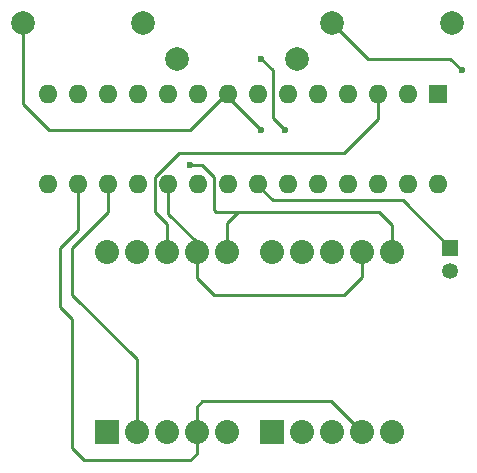
<source format=gbr>
G04 #@! TF.FileFunction,Copper,L2,Bot,Signal*
%FSLAX46Y46*%
G04 Gerber Fmt 4.6, Leading zero omitted, Abs format (unit mm)*
G04 Created by KiCad (PCBNEW 4.0.2-stable) date 2016-05-12 12:07:21 AM*
%MOMM*%
G01*
G04 APERTURE LIST*
%ADD10C,0.100000*%
%ADD11R,1.350000X1.350000*%
%ADD12C,1.350000*%
%ADD13C,2.032000*%
%ADD14R,2.032000X2.032000*%
%ADD15R,1.600000X1.600000*%
%ADD16O,1.600000X1.600000*%
%ADD17C,1.998980*%
%ADD18C,0.600000*%
%ADD19C,0.250000*%
G04 APERTURE END LIST*
D10*
D11*
X165000000Y-115000000D03*
D12*
X165000000Y-117000000D03*
D13*
X160080000Y-130620000D03*
X160080000Y-115380000D03*
D14*
X149920000Y-130620000D03*
D13*
X152460000Y-130620000D03*
X155000000Y-130620000D03*
X157540000Y-130620000D03*
X157540000Y-115380000D03*
X155000000Y-115380000D03*
X152460000Y-115380000D03*
X149920000Y-115380000D03*
X146080000Y-130620000D03*
X146080000Y-115380000D03*
D14*
X135920000Y-130620000D03*
D13*
X138460000Y-130620000D03*
X141000000Y-130620000D03*
X143540000Y-130620000D03*
X143540000Y-115380000D03*
X141000000Y-115380000D03*
X138460000Y-115380000D03*
X135920000Y-115380000D03*
D15*
X164000000Y-102000000D03*
D16*
X161460000Y-102000000D03*
X158920000Y-102000000D03*
X156380000Y-102000000D03*
X153840000Y-102000000D03*
X151300000Y-102000000D03*
X148760000Y-102000000D03*
X146220000Y-102000000D03*
X143680000Y-102000000D03*
X141140000Y-102000000D03*
X138600000Y-102000000D03*
X136060000Y-102000000D03*
X133520000Y-102000000D03*
X130980000Y-102000000D03*
X130980000Y-109620000D03*
X133520000Y-109620000D03*
X136060000Y-109620000D03*
X138600000Y-109620000D03*
X141140000Y-109620000D03*
X143680000Y-109620000D03*
X146220000Y-109620000D03*
X148760000Y-109620000D03*
X151300000Y-109620000D03*
X153840000Y-109620000D03*
X156380000Y-109620000D03*
X158920000Y-109620000D03*
X161460000Y-109620000D03*
X164000000Y-109620000D03*
D17*
X155000000Y-96000000D03*
X165160000Y-96000000D03*
X152000000Y-99000000D03*
X141840000Y-99000000D03*
X139000000Y-96000000D03*
X128840000Y-96000000D03*
D18*
X143000000Y-108000000D03*
X166000000Y-100000000D03*
X149000000Y-105000000D03*
X151000000Y-105000000D03*
X149000000Y-99000000D03*
D19*
X143000000Y-108000000D02*
X144000000Y-108000000D01*
X144000000Y-108000000D02*
X145000000Y-109000000D01*
X145000000Y-109000000D02*
X145000000Y-111840000D01*
X145000000Y-111840000D02*
X145160000Y-112000000D01*
X145160000Y-112000000D02*
X147000000Y-112000000D01*
X146080000Y-115380000D02*
X146080000Y-112920000D01*
X160080000Y-113080000D02*
X160080000Y-115380000D01*
X159000000Y-112000000D02*
X160080000Y-113080000D01*
X147000000Y-112000000D02*
X159000000Y-112000000D01*
X146080000Y-112920000D02*
X147000000Y-112000000D01*
X138460000Y-130620000D02*
X138460000Y-124460000D01*
X136060000Y-111940000D02*
X136060000Y-109620000D01*
X133000000Y-115000000D02*
X136060000Y-111940000D01*
X133000000Y-119000000D02*
X133000000Y-115000000D01*
X138460000Y-124460000D02*
X133000000Y-119000000D01*
X143540000Y-130620000D02*
X143540000Y-132460000D01*
X133520000Y-113480000D02*
X133520000Y-109620000D01*
X132000000Y-115000000D02*
X133520000Y-113480000D01*
X132000000Y-120000000D02*
X132000000Y-115000000D01*
X133000000Y-121000000D02*
X132000000Y-120000000D01*
X133000000Y-132000000D02*
X133000000Y-121000000D01*
X134000000Y-133000000D02*
X133000000Y-132000000D01*
X143000000Y-133000000D02*
X134000000Y-133000000D01*
X143540000Y-132460000D02*
X143000000Y-133000000D01*
X143540000Y-130620000D02*
X143540000Y-128460000D01*
X154920000Y-128000000D02*
X157540000Y-130620000D01*
X144000000Y-128000000D02*
X154920000Y-128000000D01*
X143540000Y-128460000D02*
X144000000Y-128000000D01*
X143540000Y-115380000D02*
X143540000Y-114540000D01*
X143540000Y-114540000D02*
X141140000Y-112140000D01*
X141140000Y-112140000D02*
X141140000Y-109620000D01*
X143540000Y-115380000D02*
X143540000Y-117540000D01*
X157540000Y-117460000D02*
X157540000Y-115380000D01*
X156000000Y-119000000D02*
X157540000Y-117460000D01*
X145000000Y-119000000D02*
X156000000Y-119000000D01*
X143540000Y-117540000D02*
X145000000Y-119000000D01*
X141000000Y-115380000D02*
X141000000Y-113000000D01*
X158920000Y-104080000D02*
X158920000Y-102000000D01*
X156000000Y-107000000D02*
X158920000Y-104080000D01*
X142000000Y-107000000D02*
X156000000Y-107000000D01*
X140000000Y-109000000D02*
X142000000Y-107000000D01*
X140000000Y-112000000D02*
X140000000Y-109000000D01*
X141000000Y-113000000D02*
X140000000Y-112000000D01*
X158000000Y-99000000D02*
X155000000Y-96000000D01*
X165000000Y-99000000D02*
X158000000Y-99000000D01*
X166000000Y-100000000D02*
X165000000Y-99000000D01*
X146220000Y-102000000D02*
X146220000Y-102220000D01*
X146220000Y-102220000D02*
X149000000Y-105000000D01*
X146220000Y-102000000D02*
X146000000Y-102000000D01*
X146000000Y-102000000D02*
X143000000Y-105000000D01*
X143000000Y-105000000D02*
X131000000Y-105000000D01*
X131000000Y-105000000D02*
X128840000Y-102840000D01*
X128840000Y-102840000D02*
X128840000Y-96000000D01*
X165000000Y-115000000D02*
X161000000Y-111000000D01*
X150000000Y-111000000D02*
X148760000Y-109760000D01*
X161000000Y-111000000D02*
X150000000Y-111000000D01*
X148760000Y-109760000D02*
X148760000Y-109620000D01*
X150000000Y-104000000D02*
X151000000Y-105000000D01*
X150000000Y-100000000D02*
X150000000Y-104000000D01*
X149000000Y-99000000D02*
X150000000Y-100000000D01*
M02*

</source>
